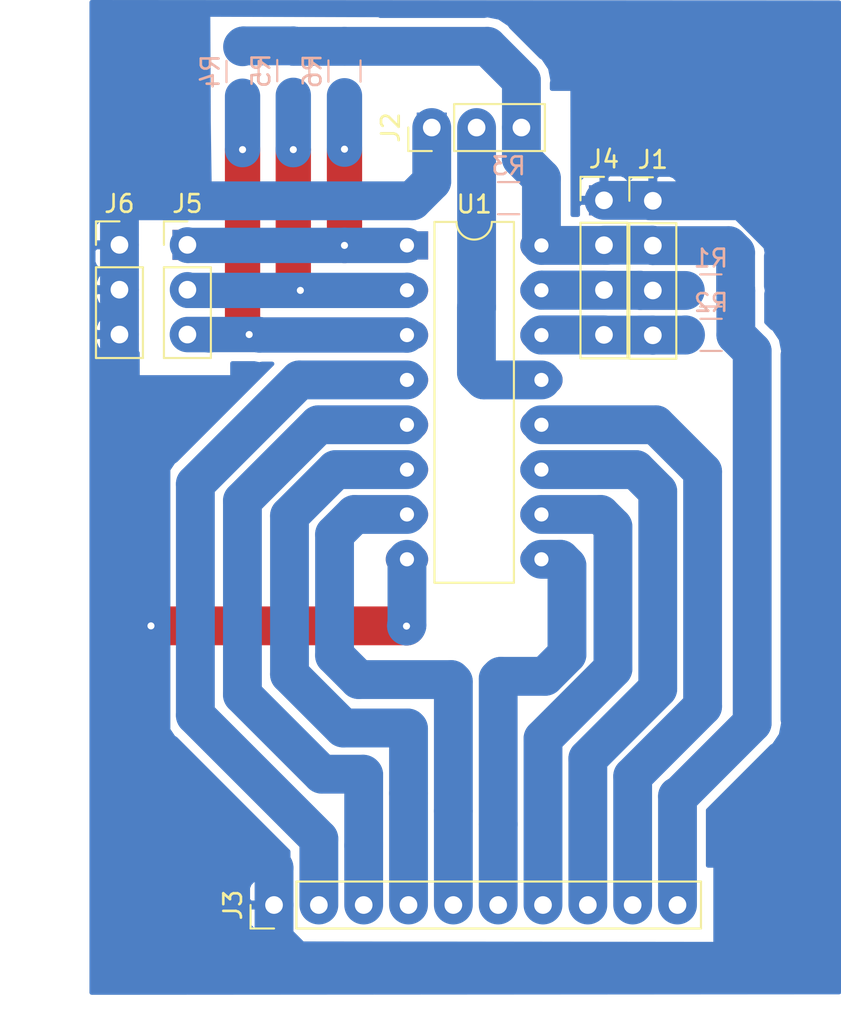
<source format=kicad_pcb>
(kicad_pcb (version 20171130) (host pcbnew 5.0.0)

  (general
    (thickness 1.6)
    (drawings 0)
    (tracks 152)
    (zones 0)
    (modules 13)
    (nets 17)
  )

  (page A4)
  (title_block
    (title "PCF8574AN MAIN BOARD")
    (company NON-COMMERCIAL)
    (comment 2 "Andrey Ivanov")
    (comment 3 "Andrey Ivanov")
    (comment 4 "Andrey Ivanov")
  )

  (layers
    (0 F.Cu signal)
    (31 B.Cu signal)
    (32 B.Adhes user)
    (33 F.Adhes user)
    (34 B.Paste user)
    (35 F.Paste user)
    (36 B.SilkS user)
    (37 F.SilkS user)
    (38 B.Mask user)
    (39 F.Mask user)
    (40 Dwgs.User user)
    (41 Cmts.User user)
    (42 Eco1.User user)
    (43 Eco2.User user)
    (44 Edge.Cuts user)
    (45 Margin user)
    (46 B.CrtYd user)
    (47 F.CrtYd user)
    (48 B.Fab user)
    (49 F.Fab user)
  )

  (setup
    (last_trace_width 2.2)
    (trace_clearance 0.2)
    (zone_clearance 0.508)
    (zone_45_only yes)
    (trace_min 0.2)
    (segment_width 0.2)
    (edge_width 0.15)
    (via_size 0.6)
    (via_drill 0.4)
    (via_min_size 0.4)
    (via_min_drill 0.3)
    (uvia_size 0.3)
    (uvia_drill 0.1)
    (uvias_allowed no)
    (uvia_min_size 0.2)
    (uvia_min_drill 0.1)
    (pcb_text_width 0.3)
    (pcb_text_size 1.5 1.5)
    (mod_edge_width 0.15)
    (mod_text_size 1 1)
    (mod_text_width 0.15)
    (pad_size 1.524 1.524)
    (pad_drill 0.762)
    (pad_to_mask_clearance 0.2)
    (aux_axis_origin 0 0)
    (visible_elements FFFFFF7F)
    (pcbplotparams
      (layerselection 0x01030_ffffffff)
      (usegerberextensions false)
      (usegerberattributes false)
      (usegerberadvancedattributes false)
      (creategerberjobfile false)
      (excludeedgelayer true)
      (linewidth 0.100000)
      (plotframeref true)
      (viasonmask false)
      (mode 1)
      (useauxorigin false)
      (hpglpennumber 1)
      (hpglpenspeed 20)
      (hpglpendiameter 15.000000)
      (psnegative false)
      (psa4output false)
      (plotreference true)
      (plotvalue true)
      (plotinvisibletext false)
      (padsonsilk false)
      (subtractmaskfromsilk false)
      (outputformat 1)
      (mirror false)
      (drillshape 0)
      (scaleselection 1)
      (outputdirectory "Gerbers/"))
  )

  (net 0 "")
  (net 1 GND)
  (net 2 +5V)
  (net 3 "Net-(J2-Pad2)")
  (net 4 "Net-(J3-Pad2)")
  (net 5 "Net-(J3-Pad3)")
  (net 6 "Net-(J3-Pad4)")
  (net 7 "Net-(J3-Pad5)")
  (net 8 "Net-(J3-Pad6)")
  (net 9 "Net-(J3-Pad7)")
  (net 10 "Net-(J3-Pad8)")
  (net 11 "Net-(J3-Pad9)")
  (net 12 "Net-(J1-Pad3)")
  (net 13 "Net-(J1-Pad4)")
  (net 14 "Net-(J5-Pad2)")
  (net 15 "Net-(J5-Pad3)")
  (net 16 "Net-(J5-Pad1)")

  (net_class Default "Это класс цепей по умолчанию."
    (clearance 0.2)
    (trace_width 2.2)
    (via_dia 0.6)
    (via_drill 0.4)
    (uvia_dia 0.3)
    (uvia_drill 0.1)
    (add_net +5V)
    (add_net GND)
    (add_net "Net-(J1-Pad3)")
    (add_net "Net-(J1-Pad4)")
    (add_net "Net-(J2-Pad2)")
    (add_net "Net-(J3-Pad2)")
    (add_net "Net-(J3-Pad3)")
    (add_net "Net-(J3-Pad4)")
    (add_net "Net-(J3-Pad5)")
    (add_net "Net-(J3-Pad6)")
    (add_net "Net-(J3-Pad7)")
    (add_net "Net-(J3-Pad8)")
    (add_net "Net-(J3-Pad9)")
    (add_net "Net-(J5-Pad1)")
    (add_net "Net-(J5-Pad2)")
    (add_net "Net-(J5-Pad3)")
  )

  (module Connector_PinHeader_2.54mm:PinHeader_1x03_P2.54mm_Vertical (layer F.Cu) (tedit 59FED5CC) (tstamp 5BBBAC92)
    (at 33.85 34.945)
    (descr "Through hole straight pin header, 1x03, 2.54mm pitch, single row")
    (tags "Through hole pin header THT 1x03 2.54mm single row")
    (path /5BB82300)
    (fp_text reference J6 (at 0 -2.33) (layer F.SilkS)
      (effects (font (size 1 1) (thickness 0.15)))
    )
    (fp_text value Conn_01x03_Male (at 0 7.41) (layer F.Fab)
      (effects (font (size 1 1) (thickness 0.15)))
    )
    (fp_text user %R (at 0 2.54 90) (layer F.Fab)
      (effects (font (size 1 1) (thickness 0.15)))
    )
    (fp_line (start 1.8 -1.8) (end -1.8 -1.8) (layer F.CrtYd) (width 0.05))
    (fp_line (start 1.8 6.85) (end 1.8 -1.8) (layer F.CrtYd) (width 0.05))
    (fp_line (start -1.8 6.85) (end 1.8 6.85) (layer F.CrtYd) (width 0.05))
    (fp_line (start -1.8 -1.8) (end -1.8 6.85) (layer F.CrtYd) (width 0.05))
    (fp_line (start -1.33 -1.33) (end 0 -1.33) (layer F.SilkS) (width 0.12))
    (fp_line (start -1.33 0) (end -1.33 -1.33) (layer F.SilkS) (width 0.12))
    (fp_line (start -1.33 1.27) (end 1.33 1.27) (layer F.SilkS) (width 0.12))
    (fp_line (start 1.33 1.27) (end 1.33 6.41) (layer F.SilkS) (width 0.12))
    (fp_line (start -1.33 1.27) (end -1.33 6.41) (layer F.SilkS) (width 0.12))
    (fp_line (start -1.33 6.41) (end 1.33 6.41) (layer F.SilkS) (width 0.12))
    (fp_line (start -1.27 -0.635) (end -0.635 -1.27) (layer F.Fab) (width 0.1))
    (fp_line (start -1.27 6.35) (end -1.27 -0.635) (layer F.Fab) (width 0.1))
    (fp_line (start 1.27 6.35) (end -1.27 6.35) (layer F.Fab) (width 0.1))
    (fp_line (start 1.27 -1.27) (end 1.27 6.35) (layer F.Fab) (width 0.1))
    (fp_line (start -0.635 -1.27) (end 1.27 -1.27) (layer F.Fab) (width 0.1))
    (pad 3 thru_hole oval (at 0 5.08) (size 1.7 1.7) (drill 1) (layers *.Cu *.Mask)
      (net 1 GND))
    (pad 2 thru_hole oval (at 0 2.54) (size 1.7 1.7) (drill 1) (layers *.Cu *.Mask)
      (net 1 GND))
    (pad 1 thru_hole rect (at 0 0) (size 1.7 1.7) (drill 1) (layers *.Cu *.Mask)
      (net 1 GND))
    (model ${KISYS3DMOD}/Connector_PinHeader_2.54mm.3dshapes/PinHeader_1x03_P2.54mm_Vertical.wrl
      (at (xyz 0 0 0))
      (scale (xyz 1 1 1))
      (rotate (xyz 0 0 0))
    )
  )

  (module Connector_PinHeader_2.54mm:PinHeader_1x04_P2.54mm_Vertical (layer F.Cu) (tedit 59FED5CC) (tstamp 5BBB87B6)
    (at 64.0715 32.4485)
    (descr "Through hole straight pin header, 1x04, 2.54mm pitch, single row")
    (tags "Through hole pin header THT 1x04 2.54mm single row")
    (path /5BB878FF)
    (fp_text reference J1 (at 0 -2.33) (layer F.SilkS)
      (effects (font (size 1 1) (thickness 0.15)))
    )
    (fp_text value Conn_01x04_Male (at 0 9.95) (layer F.Fab)
      (effects (font (size 1 1) (thickness 0.15)))
    )
    (fp_line (start -0.635 -1.27) (end 1.27 -1.27) (layer F.Fab) (width 0.1))
    (fp_line (start 1.27 -1.27) (end 1.27 8.89) (layer F.Fab) (width 0.1))
    (fp_line (start 1.27 8.89) (end -1.27 8.89) (layer F.Fab) (width 0.1))
    (fp_line (start -1.27 8.89) (end -1.27 -0.635) (layer F.Fab) (width 0.1))
    (fp_line (start -1.27 -0.635) (end -0.635 -1.27) (layer F.Fab) (width 0.1))
    (fp_line (start -1.33 8.95) (end 1.33 8.95) (layer F.SilkS) (width 0.12))
    (fp_line (start -1.33 1.27) (end -1.33 8.95) (layer F.SilkS) (width 0.12))
    (fp_line (start 1.33 1.27) (end 1.33 8.95) (layer F.SilkS) (width 0.12))
    (fp_line (start -1.33 1.27) (end 1.33 1.27) (layer F.SilkS) (width 0.12))
    (fp_line (start -1.33 0) (end -1.33 -1.33) (layer F.SilkS) (width 0.12))
    (fp_line (start -1.33 -1.33) (end 0 -1.33) (layer F.SilkS) (width 0.12))
    (fp_line (start -1.8 -1.8) (end -1.8 9.4) (layer F.CrtYd) (width 0.05))
    (fp_line (start -1.8 9.4) (end 1.8 9.4) (layer F.CrtYd) (width 0.05))
    (fp_line (start 1.8 9.4) (end 1.8 -1.8) (layer F.CrtYd) (width 0.05))
    (fp_line (start 1.8 -1.8) (end -1.8 -1.8) (layer F.CrtYd) (width 0.05))
    (fp_text user %R (at 0 3.81 90) (layer F.Fab)
      (effects (font (size 1 1) (thickness 0.15)))
    )
    (pad 1 thru_hole rect (at 0 0) (size 1.7 1.7) (drill 1) (layers *.Cu *.Mask)
      (net 1 GND))
    (pad 2 thru_hole oval (at 0 2.54) (size 1.7 1.7) (drill 1) (layers *.Cu *.Mask)
      (net 2 +5V))
    (pad 3 thru_hole oval (at 0 5.08) (size 1.7 1.7) (drill 1) (layers *.Cu *.Mask)
      (net 12 "Net-(J1-Pad3)"))
    (pad 4 thru_hole oval (at 0 7.62) (size 1.7 1.7) (drill 1) (layers *.Cu *.Mask)
      (net 13 "Net-(J1-Pad4)"))
    (model ${KISYS3DMOD}/Connector_PinHeader_2.54mm.3dshapes/PinHeader_1x04_P2.54mm_Vertical.wrl
      (at (xyz 0 0 0))
      (scale (xyz 1 1 1))
      (rotate (xyz 0 0 0))
    )
  )

  (module Connector_PinHeader_2.54mm:PinHeader_1x03_P2.54mm_Vertical (layer F.Cu) (tedit 59FED5CC) (tstamp 5BBB8B8F)
    (at 51.545 28.3 90)
    (descr "Through hole straight pin header, 1x03, 2.54mm pitch, single row")
    (tags "Through hole pin header THT 1x03 2.54mm single row")
    (path /5BB89E57)
    (fp_text reference J2 (at 0 -2.33 90) (layer F.SilkS)
      (effects (font (size 1 1) (thickness 0.15)))
    )
    (fp_text value Conn_01x03_Male (at 0 7.41 90) (layer F.Fab)
      (effects (font (size 1 1) (thickness 0.15)))
    )
    (fp_line (start -0.635 -1.27) (end 1.27 -1.27) (layer F.Fab) (width 0.1))
    (fp_line (start 1.27 -1.27) (end 1.27 6.35) (layer F.Fab) (width 0.1))
    (fp_line (start 1.27 6.35) (end -1.27 6.35) (layer F.Fab) (width 0.1))
    (fp_line (start -1.27 6.35) (end -1.27 -0.635) (layer F.Fab) (width 0.1))
    (fp_line (start -1.27 -0.635) (end -0.635 -1.27) (layer F.Fab) (width 0.1))
    (fp_line (start -1.33 6.41) (end 1.33 6.41) (layer F.SilkS) (width 0.12))
    (fp_line (start -1.33 1.27) (end -1.33 6.41) (layer F.SilkS) (width 0.12))
    (fp_line (start 1.33 1.27) (end 1.33 6.41) (layer F.SilkS) (width 0.12))
    (fp_line (start -1.33 1.27) (end 1.33 1.27) (layer F.SilkS) (width 0.12))
    (fp_line (start -1.33 0) (end -1.33 -1.33) (layer F.SilkS) (width 0.12))
    (fp_line (start -1.33 -1.33) (end 0 -1.33) (layer F.SilkS) (width 0.12))
    (fp_line (start -1.8 -1.8) (end -1.8 6.85) (layer F.CrtYd) (width 0.05))
    (fp_line (start -1.8 6.85) (end 1.8 6.85) (layer F.CrtYd) (width 0.05))
    (fp_line (start 1.8 6.85) (end 1.8 -1.8) (layer F.CrtYd) (width 0.05))
    (fp_line (start 1.8 -1.8) (end -1.8 -1.8) (layer F.CrtYd) (width 0.05))
    (fp_text user %R (at 0 2.54 180) (layer F.Fab)
      (effects (font (size 1 1) (thickness 0.15)))
    )
    (pad 1 thru_hole rect (at 0 0 90) (size 1.7 1.7) (drill 1) (layers *.Cu *.Mask)
      (net 1 GND))
    (pad 2 thru_hole oval (at 0 2.54 90) (size 1.7 1.7) (drill 1) (layers *.Cu *.Mask)
      (net 3 "Net-(J2-Pad2)"))
    (pad 3 thru_hole oval (at 0 5.08 90) (size 1.7 1.7) (drill 1) (layers *.Cu *.Mask)
      (net 2 +5V))
    (model ${KISYS3DMOD}/Connector_PinHeader_2.54mm.3dshapes/PinHeader_1x03_P2.54mm_Vertical.wrl
      (at (xyz 0 0 0))
      (scale (xyz 1 1 1))
      (rotate (xyz 0 0 0))
    )
  )

  (module Connector_PinHeader_2.54mm:PinHeader_1x10_P2.54mm_Vertical (layer F.Cu) (tedit 59FED5CC) (tstamp 5BBB87E3)
    (at 42.6085 72.3392 90)
    (descr "Through hole straight pin header, 1x10, 2.54mm pitch, single row")
    (tags "Through hole pin header THT 1x10 2.54mm single row")
    (path /5BB8A0AC)
    (fp_text reference J3 (at 0 -2.33 90) (layer F.SilkS)
      (effects (font (size 1 1) (thickness 0.15)))
    )
    (fp_text value Conn_01x10_Male (at 0 25.19 90) (layer F.Fab)
      (effects (font (size 1 1) (thickness 0.15)))
    )
    (fp_line (start -0.635 -1.27) (end 1.27 -1.27) (layer F.Fab) (width 0.1))
    (fp_line (start 1.27 -1.27) (end 1.27 24.13) (layer F.Fab) (width 0.1))
    (fp_line (start 1.27 24.13) (end -1.27 24.13) (layer F.Fab) (width 0.1))
    (fp_line (start -1.27 24.13) (end -1.27 -0.635) (layer F.Fab) (width 0.1))
    (fp_line (start -1.27 -0.635) (end -0.635 -1.27) (layer F.Fab) (width 0.1))
    (fp_line (start -1.33 24.19) (end 1.33 24.19) (layer F.SilkS) (width 0.12))
    (fp_line (start -1.33 1.27) (end -1.33 24.19) (layer F.SilkS) (width 0.12))
    (fp_line (start 1.33 1.27) (end 1.33 24.19) (layer F.SilkS) (width 0.12))
    (fp_line (start -1.33 1.27) (end 1.33 1.27) (layer F.SilkS) (width 0.12))
    (fp_line (start -1.33 0) (end -1.33 -1.33) (layer F.SilkS) (width 0.12))
    (fp_line (start -1.33 -1.33) (end 0 -1.33) (layer F.SilkS) (width 0.12))
    (fp_line (start -1.8 -1.8) (end -1.8 24.65) (layer F.CrtYd) (width 0.05))
    (fp_line (start -1.8 24.65) (end 1.8 24.65) (layer F.CrtYd) (width 0.05))
    (fp_line (start 1.8 24.65) (end 1.8 -1.8) (layer F.CrtYd) (width 0.05))
    (fp_line (start 1.8 -1.8) (end -1.8 -1.8) (layer F.CrtYd) (width 0.05))
    (fp_text user %R (at 0 11.43 180) (layer F.Fab)
      (effects (font (size 1 1) (thickness 0.15)))
    )
    (pad 1 thru_hole rect (at 0 0 90) (size 1.7 1.7) (drill 1) (layers *.Cu *.Mask)
      (net 1 GND))
    (pad 2 thru_hole oval (at 0 2.54 90) (size 1.7 1.7) (drill 1) (layers *.Cu *.Mask)
      (net 4 "Net-(J3-Pad2)"))
    (pad 3 thru_hole oval (at 0 5.08 90) (size 1.7 1.7) (drill 1) (layers *.Cu *.Mask)
      (net 5 "Net-(J3-Pad3)"))
    (pad 4 thru_hole oval (at 0 7.62 90) (size 1.7 1.7) (drill 1) (layers *.Cu *.Mask)
      (net 6 "Net-(J3-Pad4)"))
    (pad 5 thru_hole oval (at 0 10.16 90) (size 1.7 1.7) (drill 1) (layers *.Cu *.Mask)
      (net 7 "Net-(J3-Pad5)"))
    (pad 6 thru_hole oval (at 0 12.7 90) (size 1.7 1.7) (drill 1) (layers *.Cu *.Mask)
      (net 8 "Net-(J3-Pad6)"))
    (pad 7 thru_hole oval (at 0 15.24 90) (size 1.7 1.7) (drill 1) (layers *.Cu *.Mask)
      (net 9 "Net-(J3-Pad7)"))
    (pad 8 thru_hole oval (at 0 17.78 90) (size 1.7 1.7) (drill 1) (layers *.Cu *.Mask)
      (net 10 "Net-(J3-Pad8)"))
    (pad 9 thru_hole oval (at 0 20.32 90) (size 1.7 1.7) (drill 1) (layers *.Cu *.Mask)
      (net 11 "Net-(J3-Pad9)"))
    (pad 10 thru_hole oval (at 0 22.86 90) (size 1.7 1.7) (drill 1) (layers *.Cu *.Mask)
      (net 2 +5V))
    (model ${KISYS3DMOD}/Connector_PinHeader_2.54mm.3dshapes/PinHeader_1x10_P2.54mm_Vertical.wrl
      (at (xyz 0 0 0))
      (scale (xyz 1 1 1))
      (rotate (xyz 0 0 0))
    )
  )

  (module Connector_PinHeader_2.54mm:PinHeader_1x04_P2.54mm_Vertical (layer F.Cu) (tedit 59FED5CC) (tstamp 5BBB8800)
    (at 61.3029 32.4231)
    (descr "Through hole straight pin header, 1x04, 2.54mm pitch, single row")
    (tags "Through hole pin header THT 1x04 2.54mm single row")
    (path /5BB87DF3)
    (fp_text reference J4 (at 0 -2.33) (layer F.SilkS)
      (effects (font (size 1 1) (thickness 0.15)))
    )
    (fp_text value Conn_01x04_Male (at 0 9.95) (layer F.Fab)
      (effects (font (size 1 1) (thickness 0.15)))
    )
    (fp_text user %R (at 0 3.81 90) (layer F.Fab)
      (effects (font (size 1 1) (thickness 0.15)))
    )
    (fp_line (start 1.8 -1.8) (end -1.8 -1.8) (layer F.CrtYd) (width 0.05))
    (fp_line (start 1.8 9.4) (end 1.8 -1.8) (layer F.CrtYd) (width 0.05))
    (fp_line (start -1.8 9.4) (end 1.8 9.4) (layer F.CrtYd) (width 0.05))
    (fp_line (start -1.8 -1.8) (end -1.8 9.4) (layer F.CrtYd) (width 0.05))
    (fp_line (start -1.33 -1.33) (end 0 -1.33) (layer F.SilkS) (width 0.12))
    (fp_line (start -1.33 0) (end -1.33 -1.33) (layer F.SilkS) (width 0.12))
    (fp_line (start -1.33 1.27) (end 1.33 1.27) (layer F.SilkS) (width 0.12))
    (fp_line (start 1.33 1.27) (end 1.33 8.95) (layer F.SilkS) (width 0.12))
    (fp_line (start -1.33 1.27) (end -1.33 8.95) (layer F.SilkS) (width 0.12))
    (fp_line (start -1.33 8.95) (end 1.33 8.95) (layer F.SilkS) (width 0.12))
    (fp_line (start -1.27 -0.635) (end -0.635 -1.27) (layer F.Fab) (width 0.1))
    (fp_line (start -1.27 8.89) (end -1.27 -0.635) (layer F.Fab) (width 0.1))
    (fp_line (start 1.27 8.89) (end -1.27 8.89) (layer F.Fab) (width 0.1))
    (fp_line (start 1.27 -1.27) (end 1.27 8.89) (layer F.Fab) (width 0.1))
    (fp_line (start -0.635 -1.27) (end 1.27 -1.27) (layer F.Fab) (width 0.1))
    (pad 4 thru_hole oval (at 0 7.62) (size 1.7 1.7) (drill 1) (layers *.Cu *.Mask)
      (net 13 "Net-(J1-Pad4)"))
    (pad 3 thru_hole oval (at 0 5.08) (size 1.7 1.7) (drill 1) (layers *.Cu *.Mask)
      (net 12 "Net-(J1-Pad3)"))
    (pad 2 thru_hole oval (at 0 2.54) (size 1.7 1.7) (drill 1) (layers *.Cu *.Mask)
      (net 2 +5V))
    (pad 1 thru_hole rect (at 0 0) (size 1.7 1.7) (drill 1) (layers *.Cu *.Mask)
      (net 1 GND))
    (model ${KISYS3DMOD}/Connector_PinHeader_2.54mm.3dshapes/PinHeader_1x04_P2.54mm_Vertical.wrl
      (at (xyz 0 0 0))
      (scale (xyz 1 1 1))
      (rotate (xyz 0 0 0))
    )
  )

  (module Resistor_SMD:R_1206_3216Metric (layer B.Cu) (tedit 5B301BBD) (tstamp 5BBB8817)
    (at 67.3608 37.5285 180)
    (descr "Resistor SMD 1206 (3216 Metric), square (rectangular) end terminal, IPC_7351 nominal, (Body size source: http://www.tortai-tech.com/upload/download/2011102023233369053.pdf), generated with kicad-footprint-generator")
    (tags resistor)
    (path /5BB03A05)
    (attr smd)
    (fp_text reference R1 (at 0 1.82 180) (layer B.SilkS)
      (effects (font (size 1 1) (thickness 0.15)) (justify mirror))
    )
    (fp_text value R (at 0 -1.82 180) (layer B.Fab)
      (effects (font (size 1 1) (thickness 0.15)) (justify mirror))
    )
    (fp_text user %R (at 0 0 180) (layer B.Fab)
      (effects (font (size 0.8 0.8) (thickness 0.12)) (justify mirror))
    )
    (fp_line (start 2.28 -1.12) (end -2.28 -1.12) (layer B.CrtYd) (width 0.05))
    (fp_line (start 2.28 1.12) (end 2.28 -1.12) (layer B.CrtYd) (width 0.05))
    (fp_line (start -2.28 1.12) (end 2.28 1.12) (layer B.CrtYd) (width 0.05))
    (fp_line (start -2.28 -1.12) (end -2.28 1.12) (layer B.CrtYd) (width 0.05))
    (fp_line (start -0.602064 -0.91) (end 0.602064 -0.91) (layer B.SilkS) (width 0.12))
    (fp_line (start -0.602064 0.91) (end 0.602064 0.91) (layer B.SilkS) (width 0.12))
    (fp_line (start 1.6 -0.8) (end -1.6 -0.8) (layer B.Fab) (width 0.1))
    (fp_line (start 1.6 0.8) (end 1.6 -0.8) (layer B.Fab) (width 0.1))
    (fp_line (start -1.6 0.8) (end 1.6 0.8) (layer B.Fab) (width 0.1))
    (fp_line (start -1.6 -0.8) (end -1.6 0.8) (layer B.Fab) (width 0.1))
    (pad 2 smd roundrect (at 1.4 0 180) (size 1.25 1.75) (layers B.Cu B.Paste B.Mask) (roundrect_rratio 0.2)
      (net 12 "Net-(J1-Pad3)"))
    (pad 1 smd roundrect (at -1.4 0 180) (size 1.25 1.75) (layers B.Cu B.Paste B.Mask) (roundrect_rratio 0.2)
      (net 2 +5V))
    (model ${KISYS3DMOD}/Resistor_SMD.3dshapes/R_1206_3216Metric.wrl
      (at (xyz 0 0 0))
      (scale (xyz 1 1 1))
      (rotate (xyz 0 0 0))
    )
  )

  (module Resistor_SMD:R_1206_3216Metric (layer B.Cu) (tedit 5B301BBD) (tstamp 5BBB8827)
    (at 67.3735 40.0431 180)
    (descr "Resistor SMD 1206 (3216 Metric), square (rectangular) end terminal, IPC_7351 nominal, (Body size source: http://www.tortai-tech.com/upload/download/2011102023233369053.pdf), generated with kicad-footprint-generator")
    (tags resistor)
    (path /5BB03A58)
    (attr smd)
    (fp_text reference R2 (at 0 1.82 180) (layer B.SilkS)
      (effects (font (size 1 1) (thickness 0.15)) (justify mirror))
    )
    (fp_text value R (at 0 -1.82 180) (layer B.Fab)
      (effects (font (size 1 1) (thickness 0.15)) (justify mirror))
    )
    (fp_line (start -1.6 -0.8) (end -1.6 0.8) (layer B.Fab) (width 0.1))
    (fp_line (start -1.6 0.8) (end 1.6 0.8) (layer B.Fab) (width 0.1))
    (fp_line (start 1.6 0.8) (end 1.6 -0.8) (layer B.Fab) (width 0.1))
    (fp_line (start 1.6 -0.8) (end -1.6 -0.8) (layer B.Fab) (width 0.1))
    (fp_line (start -0.602064 0.91) (end 0.602064 0.91) (layer B.SilkS) (width 0.12))
    (fp_line (start -0.602064 -0.91) (end 0.602064 -0.91) (layer B.SilkS) (width 0.12))
    (fp_line (start -2.28 -1.12) (end -2.28 1.12) (layer B.CrtYd) (width 0.05))
    (fp_line (start -2.28 1.12) (end 2.28 1.12) (layer B.CrtYd) (width 0.05))
    (fp_line (start 2.28 1.12) (end 2.28 -1.12) (layer B.CrtYd) (width 0.05))
    (fp_line (start 2.28 -1.12) (end -2.28 -1.12) (layer B.CrtYd) (width 0.05))
    (fp_text user %R (at 0 0 180) (layer B.Fab)
      (effects (font (size 0.8 0.8) (thickness 0.12)) (justify mirror))
    )
    (pad 1 smd roundrect (at -1.4 0 180) (size 1.25 1.75) (layers B.Cu B.Paste B.Mask) (roundrect_rratio 0.2)
      (net 2 +5V))
    (pad 2 smd roundrect (at 1.4 0 180) (size 1.25 1.75) (layers B.Cu B.Paste B.Mask) (roundrect_rratio 0.2)
      (net 13 "Net-(J1-Pad4)"))
    (model ${KISYS3DMOD}/Resistor_SMD.3dshapes/R_1206_3216Metric.wrl
      (at (xyz 0 0 0))
      (scale (xyz 1 1 1))
      (rotate (xyz 0 0 0))
    )
  )

  (module Resistor_SMD:R_1206_3216Metric (layer B.Cu) (tedit 5B301BBD) (tstamp 5BBB8837)
    (at 55.9 32.3 180)
    (descr "Resistor SMD 1206 (3216 Metric), square (rectangular) end terminal, IPC_7351 nominal, (Body size source: http://www.tortai-tech.com/upload/download/2011102023233369053.pdf), generated with kicad-footprint-generator")
    (tags resistor)
    (path /5BB03AB4)
    (attr smd)
    (fp_text reference R3 (at 0 1.82 180) (layer B.SilkS)
      (effects (font (size 1 1) (thickness 0.15)) (justify mirror))
    )
    (fp_text value R (at 0 -1.82 180) (layer B.Fab)
      (effects (font (size 1 1) (thickness 0.15)) (justify mirror))
    )
    (fp_line (start -1.6 -0.8) (end -1.6 0.8) (layer B.Fab) (width 0.1))
    (fp_line (start -1.6 0.8) (end 1.6 0.8) (layer B.Fab) (width 0.1))
    (fp_line (start 1.6 0.8) (end 1.6 -0.8) (layer B.Fab) (width 0.1))
    (fp_line (start 1.6 -0.8) (end -1.6 -0.8) (layer B.Fab) (width 0.1))
    (fp_line (start -0.602064 0.91) (end 0.602064 0.91) (layer B.SilkS) (width 0.12))
    (fp_line (start -0.602064 -0.91) (end 0.602064 -0.91) (layer B.SilkS) (width 0.12))
    (fp_line (start -2.28 -1.12) (end -2.28 1.12) (layer B.CrtYd) (width 0.05))
    (fp_line (start -2.28 1.12) (end 2.28 1.12) (layer B.CrtYd) (width 0.05))
    (fp_line (start 2.28 1.12) (end 2.28 -1.12) (layer B.CrtYd) (width 0.05))
    (fp_line (start 2.28 -1.12) (end -2.28 -1.12) (layer B.CrtYd) (width 0.05))
    (fp_text user %R (at 0 0 180) (layer B.Fab)
      (effects (font (size 0.8 0.8) (thickness 0.12)) (justify mirror))
    )
    (pad 1 smd roundrect (at -1.4 0 180) (size 1.25 1.75) (layers B.Cu B.Paste B.Mask) (roundrect_rratio 0.2)
      (net 2 +5V))
    (pad 2 smd roundrect (at 1.4 0 180) (size 1.25 1.75) (layers B.Cu B.Paste B.Mask) (roundrect_rratio 0.2)
      (net 3 "Net-(J2-Pad2)"))
    (model ${KISYS3DMOD}/Resistor_SMD.3dshapes/R_1206_3216Metric.wrl
      (at (xyz 0 0 0))
      (scale (xyz 1 1 1))
      (rotate (xyz 0 0 0))
    )
  )

  (module Package_DIP:DIP-16_W7.62mm_LongPads (layer F.Cu) (tedit 5A02E8C5) (tstamp 5BBB8847)
    (at 50.1396 34.9758)
    (descr "16-lead though-hole mounted DIP package, row spacing 7.62 mm (300 mils), LongPads")
    (tags "THT DIP DIL PDIP 2.54mm 7.62mm 300mil LongPads")
    (path /5B576538)
    (fp_text reference U1 (at 3.81 -2.33) (layer F.SilkS)
      (effects (font (size 1 1) (thickness 0.15)))
    )
    (fp_text value PCF8574 (at 3.81 20.11) (layer F.Fab)
      (effects (font (size 1 1) (thickness 0.15)))
    )
    (fp_arc (start 3.81 -1.33) (end 2.81 -1.33) (angle -180) (layer F.SilkS) (width 0.12))
    (fp_line (start 1.635 -1.27) (end 6.985 -1.27) (layer F.Fab) (width 0.1))
    (fp_line (start 6.985 -1.27) (end 6.985 19.05) (layer F.Fab) (width 0.1))
    (fp_line (start 6.985 19.05) (end 0.635 19.05) (layer F.Fab) (width 0.1))
    (fp_line (start 0.635 19.05) (end 0.635 -0.27) (layer F.Fab) (width 0.1))
    (fp_line (start 0.635 -0.27) (end 1.635 -1.27) (layer F.Fab) (width 0.1))
    (fp_line (start 2.81 -1.33) (end 1.56 -1.33) (layer F.SilkS) (width 0.12))
    (fp_line (start 1.56 -1.33) (end 1.56 19.11) (layer F.SilkS) (width 0.12))
    (fp_line (start 1.56 19.11) (end 6.06 19.11) (layer F.SilkS) (width 0.12))
    (fp_line (start 6.06 19.11) (end 6.06 -1.33) (layer F.SilkS) (width 0.12))
    (fp_line (start 6.06 -1.33) (end 4.81 -1.33) (layer F.SilkS) (width 0.12))
    (fp_line (start -1.45 -1.55) (end -1.45 19.3) (layer F.CrtYd) (width 0.05))
    (fp_line (start -1.45 19.3) (end 9.1 19.3) (layer F.CrtYd) (width 0.05))
    (fp_line (start 9.1 19.3) (end 9.1 -1.55) (layer F.CrtYd) (width 0.05))
    (fp_line (start 9.1 -1.55) (end -1.45 -1.55) (layer F.CrtYd) (width 0.05))
    (fp_text user %R (at 3.81 8.89) (layer F.Fab)
      (effects (font (size 1 1) (thickness 0.15)))
    )
    (pad 1 thru_hole rect (at 0 0) (size 2.4 1.6) (drill 0.8) (layers *.Cu *.Mask)
      (net 16 "Net-(J5-Pad1)"))
    (pad 9 thru_hole oval (at 7.62 17.78) (size 2.4 1.6) (drill 0.8) (layers *.Cu *.Mask)
      (net 8 "Net-(J3-Pad6)"))
    (pad 2 thru_hole oval (at 0 2.54) (size 2.4 1.6) (drill 0.8) (layers *.Cu *.Mask)
      (net 14 "Net-(J5-Pad2)"))
    (pad 10 thru_hole oval (at 7.62 15.24) (size 2.4 1.6) (drill 0.8) (layers *.Cu *.Mask)
      (net 9 "Net-(J3-Pad7)"))
    (pad 3 thru_hole oval (at 0 5.08) (size 2.4 1.6) (drill 0.8) (layers *.Cu *.Mask)
      (net 15 "Net-(J5-Pad3)"))
    (pad 11 thru_hole oval (at 7.62 12.7) (size 2.4 1.6) (drill 0.8) (layers *.Cu *.Mask)
      (net 10 "Net-(J3-Pad8)"))
    (pad 4 thru_hole oval (at 0 7.62) (size 2.4 1.6) (drill 0.8) (layers *.Cu *.Mask)
      (net 4 "Net-(J3-Pad2)"))
    (pad 12 thru_hole oval (at 7.62 10.16) (size 2.4 1.6) (drill 0.8) (layers *.Cu *.Mask)
      (net 11 "Net-(J3-Pad9)"))
    (pad 5 thru_hole oval (at 0 10.16) (size 2.4 1.6) (drill 0.8) (layers *.Cu *.Mask)
      (net 5 "Net-(J3-Pad3)"))
    (pad 13 thru_hole oval (at 7.62 7.62) (size 2.4 1.6) (drill 0.8) (layers *.Cu *.Mask)
      (net 3 "Net-(J2-Pad2)"))
    (pad 6 thru_hole oval (at 0 12.7) (size 2.4 1.6) (drill 0.8) (layers *.Cu *.Mask)
      (net 6 "Net-(J3-Pad4)"))
    (pad 14 thru_hole oval (at 7.62 5.08) (size 2.4 1.6) (drill 0.8) (layers *.Cu *.Mask)
      (net 13 "Net-(J1-Pad4)"))
    (pad 7 thru_hole oval (at 0 15.24) (size 2.4 1.6) (drill 0.8) (layers *.Cu *.Mask)
      (net 7 "Net-(J3-Pad5)"))
    (pad 15 thru_hole oval (at 7.62 2.54) (size 2.4 1.6) (drill 0.8) (layers *.Cu *.Mask)
      (net 12 "Net-(J1-Pad3)"))
    (pad 8 thru_hole oval (at 0 17.78) (size 2.4 1.6) (drill 0.8) (layers *.Cu *.Mask)
      (net 1 GND))
    (pad 16 thru_hole oval (at 7.62 0) (size 2.4 1.6) (drill 0.8) (layers *.Cu *.Mask)
      (net 2 +5V))
    (model ${KISYS3DMOD}/Package_DIP.3dshapes/DIP-16_W7.62mm.wrl
      (at (xyz 0 0 0))
      (scale (xyz 1 1 1))
      (rotate (xyz 0 0 0))
    )
  )

  (module Connector_PinHeader_2.54mm:PinHeader_1x03_P2.54mm_Vertical (layer F.Cu) (tedit 59FED5CC) (tstamp 5BBBAC66)
    (at 37.7 34.945)
    (descr "Through hole straight pin header, 1x03, 2.54mm pitch, single row")
    (tags "Through hole pin header THT 1x03 2.54mm single row")
    (path /5BB82157)
    (fp_text reference J5 (at 0 -2.33) (layer F.SilkS)
      (effects (font (size 1 1) (thickness 0.15)))
    )
    (fp_text value Conn_01x03_Male (at 0 7.41) (layer F.Fab)
      (effects (font (size 1 1) (thickness 0.15)))
    )
    (fp_line (start -0.635 -1.27) (end 1.27 -1.27) (layer F.Fab) (width 0.1))
    (fp_line (start 1.27 -1.27) (end 1.27 6.35) (layer F.Fab) (width 0.1))
    (fp_line (start 1.27 6.35) (end -1.27 6.35) (layer F.Fab) (width 0.1))
    (fp_line (start -1.27 6.35) (end -1.27 -0.635) (layer F.Fab) (width 0.1))
    (fp_line (start -1.27 -0.635) (end -0.635 -1.27) (layer F.Fab) (width 0.1))
    (fp_line (start -1.33 6.41) (end 1.33 6.41) (layer F.SilkS) (width 0.12))
    (fp_line (start -1.33 1.27) (end -1.33 6.41) (layer F.SilkS) (width 0.12))
    (fp_line (start 1.33 1.27) (end 1.33 6.41) (layer F.SilkS) (width 0.12))
    (fp_line (start -1.33 1.27) (end 1.33 1.27) (layer F.SilkS) (width 0.12))
    (fp_line (start -1.33 0) (end -1.33 -1.33) (layer F.SilkS) (width 0.12))
    (fp_line (start -1.33 -1.33) (end 0 -1.33) (layer F.SilkS) (width 0.12))
    (fp_line (start -1.8 -1.8) (end -1.8 6.85) (layer F.CrtYd) (width 0.05))
    (fp_line (start -1.8 6.85) (end 1.8 6.85) (layer F.CrtYd) (width 0.05))
    (fp_line (start 1.8 6.85) (end 1.8 -1.8) (layer F.CrtYd) (width 0.05))
    (fp_line (start 1.8 -1.8) (end -1.8 -1.8) (layer F.CrtYd) (width 0.05))
    (fp_text user %R (at 0 2.54 90) (layer F.Fab)
      (effects (font (size 1 1) (thickness 0.15)))
    )
    (pad 1 thru_hole rect (at 0 0) (size 1.7 1.7) (drill 1) (layers *.Cu *.Mask)
      (net 16 "Net-(J5-Pad1)"))
    (pad 2 thru_hole oval (at 0 2.54) (size 1.7 1.7) (drill 1) (layers *.Cu *.Mask)
      (net 14 "Net-(J5-Pad2)"))
    (pad 3 thru_hole oval (at 0 5.08) (size 1.7 1.7) (drill 1) (layers *.Cu *.Mask)
      (net 15 "Net-(J5-Pad3)"))
    (model ${KISYS3DMOD}/Connector_PinHeader_2.54mm.3dshapes/PinHeader_1x03_P2.54mm_Vertical.wrl
      (at (xyz 0 0 0))
      (scale (xyz 1 1 1))
      (rotate (xyz 0 0 0))
    )
  )

  (module Resistor_SMD:R_1206_3216Metric (layer B.Cu) (tedit 5B301BBD) (tstamp 5BBBAF82)
    (at 40.825 25.125 270)
    (descr "Resistor SMD 1206 (3216 Metric), square (rectangular) end terminal, IPC_7351 nominal, (Body size source: http://www.tortai-tech.com/upload/download/2011102023233369053.pdf), generated with kicad-footprint-generator")
    (tags resistor)
    (path /5BB3DAA7)
    (attr smd)
    (fp_text reference R4 (at 0 1.82 270) (layer B.SilkS)
      (effects (font (size 1 1) (thickness 0.15)) (justify mirror))
    )
    (fp_text value R (at 0 -1.82 270) (layer B.Fab)
      (effects (font (size 1 1) (thickness 0.15)) (justify mirror))
    )
    (fp_line (start -1.6 -0.8) (end -1.6 0.8) (layer B.Fab) (width 0.1))
    (fp_line (start -1.6 0.8) (end 1.6 0.8) (layer B.Fab) (width 0.1))
    (fp_line (start 1.6 0.8) (end 1.6 -0.8) (layer B.Fab) (width 0.1))
    (fp_line (start 1.6 -0.8) (end -1.6 -0.8) (layer B.Fab) (width 0.1))
    (fp_line (start -0.602064 0.91) (end 0.602064 0.91) (layer B.SilkS) (width 0.12))
    (fp_line (start -0.602064 -0.91) (end 0.602064 -0.91) (layer B.SilkS) (width 0.12))
    (fp_line (start -2.28 -1.12) (end -2.28 1.12) (layer B.CrtYd) (width 0.05))
    (fp_line (start -2.28 1.12) (end 2.28 1.12) (layer B.CrtYd) (width 0.05))
    (fp_line (start 2.28 1.12) (end 2.28 -1.12) (layer B.CrtYd) (width 0.05))
    (fp_line (start 2.28 -1.12) (end -2.28 -1.12) (layer B.CrtYd) (width 0.05))
    (fp_text user %R (at 0 0 270) (layer B.Fab)
      (effects (font (size 0.8 0.8) (thickness 0.12)) (justify mirror))
    )
    (pad 1 smd roundrect (at -1.4 0 270) (size 1.25 1.75) (layers B.Cu B.Paste B.Mask) (roundrect_rratio 0.2)
      (net 2 +5V))
    (pad 2 smd roundrect (at 1.4 0 270) (size 1.25 1.75) (layers B.Cu B.Paste B.Mask) (roundrect_rratio 0.2)
      (net 15 "Net-(J5-Pad3)"))
    (model ${KISYS3DMOD}/Resistor_SMD.3dshapes/R_1206_3216Metric.wrl
      (at (xyz 0 0 0))
      (scale (xyz 1 1 1))
      (rotate (xyz 0 0 0))
    )
  )

  (module Resistor_SMD:R_1206_3216Metric (layer B.Cu) (tedit 5B301BBD) (tstamp 5BBBAF92)
    (at 43.7 25.075 270)
    (descr "Resistor SMD 1206 (3216 Metric), square (rectangular) end terminal, IPC_7351 nominal, (Body size source: http://www.tortai-tech.com/upload/download/2011102023233369053.pdf), generated with kicad-footprint-generator")
    (tags resistor)
    (path /5BB3DB47)
    (attr smd)
    (fp_text reference R5 (at 0 1.82 270) (layer B.SilkS)
      (effects (font (size 1 1) (thickness 0.15)) (justify mirror))
    )
    (fp_text value R (at 0 -1.82 270) (layer B.Fab)
      (effects (font (size 1 1) (thickness 0.15)) (justify mirror))
    )
    (fp_text user %R (at 0 0 270) (layer B.Fab)
      (effects (font (size 0.8 0.8) (thickness 0.12)) (justify mirror))
    )
    (fp_line (start 2.28 -1.12) (end -2.28 -1.12) (layer B.CrtYd) (width 0.05))
    (fp_line (start 2.28 1.12) (end 2.28 -1.12) (layer B.CrtYd) (width 0.05))
    (fp_line (start -2.28 1.12) (end 2.28 1.12) (layer B.CrtYd) (width 0.05))
    (fp_line (start -2.28 -1.12) (end -2.28 1.12) (layer B.CrtYd) (width 0.05))
    (fp_line (start -0.602064 -0.91) (end 0.602064 -0.91) (layer B.SilkS) (width 0.12))
    (fp_line (start -0.602064 0.91) (end 0.602064 0.91) (layer B.SilkS) (width 0.12))
    (fp_line (start 1.6 -0.8) (end -1.6 -0.8) (layer B.Fab) (width 0.1))
    (fp_line (start 1.6 0.8) (end 1.6 -0.8) (layer B.Fab) (width 0.1))
    (fp_line (start -1.6 0.8) (end 1.6 0.8) (layer B.Fab) (width 0.1))
    (fp_line (start -1.6 -0.8) (end -1.6 0.8) (layer B.Fab) (width 0.1))
    (pad 2 smd roundrect (at 1.4 0 270) (size 1.25 1.75) (layers B.Cu B.Paste B.Mask) (roundrect_rratio 0.2)
      (net 14 "Net-(J5-Pad2)"))
    (pad 1 smd roundrect (at -1.4 0 270) (size 1.25 1.75) (layers B.Cu B.Paste B.Mask) (roundrect_rratio 0.2)
      (net 2 +5V))
    (model ${KISYS3DMOD}/Resistor_SMD.3dshapes/R_1206_3216Metric.wrl
      (at (xyz 0 0 0))
      (scale (xyz 1 1 1))
      (rotate (xyz 0 0 0))
    )
  )

  (module Resistor_SMD:R_1206_3216Metric (layer B.Cu) (tedit 5B301BBD) (tstamp 5BBBAFA2)
    (at 46.6 25.1 270)
    (descr "Resistor SMD 1206 (3216 Metric), square (rectangular) end terminal, IPC_7351 nominal, (Body size source: http://www.tortai-tech.com/upload/download/2011102023233369053.pdf), generated with kicad-footprint-generator")
    (tags resistor)
    (path /5BB3DBC5)
    (attr smd)
    (fp_text reference R6 (at 0 1.82 270) (layer B.SilkS)
      (effects (font (size 1 1) (thickness 0.15)) (justify mirror))
    )
    (fp_text value R (at 0 -1.82 270) (layer B.Fab)
      (effects (font (size 1 1) (thickness 0.15)) (justify mirror))
    )
    (fp_line (start -1.6 -0.8) (end -1.6 0.8) (layer B.Fab) (width 0.1))
    (fp_line (start -1.6 0.8) (end 1.6 0.8) (layer B.Fab) (width 0.1))
    (fp_line (start 1.6 0.8) (end 1.6 -0.8) (layer B.Fab) (width 0.1))
    (fp_line (start 1.6 -0.8) (end -1.6 -0.8) (layer B.Fab) (width 0.1))
    (fp_line (start -0.602064 0.91) (end 0.602064 0.91) (layer B.SilkS) (width 0.12))
    (fp_line (start -0.602064 -0.91) (end 0.602064 -0.91) (layer B.SilkS) (width 0.12))
    (fp_line (start -2.28 -1.12) (end -2.28 1.12) (layer B.CrtYd) (width 0.05))
    (fp_line (start -2.28 1.12) (end 2.28 1.12) (layer B.CrtYd) (width 0.05))
    (fp_line (start 2.28 1.12) (end 2.28 -1.12) (layer B.CrtYd) (width 0.05))
    (fp_line (start 2.28 -1.12) (end -2.28 -1.12) (layer B.CrtYd) (width 0.05))
    (fp_text user %R (at 0 0 270) (layer B.Fab)
      (effects (font (size 0.8 0.8) (thickness 0.12)) (justify mirror))
    )
    (pad 1 smd roundrect (at -1.4 0 270) (size 1.25 1.75) (layers B.Cu B.Paste B.Mask) (roundrect_rratio 0.2)
      (net 2 +5V))
    (pad 2 smd roundrect (at 1.4 0 270) (size 1.25 1.75) (layers B.Cu B.Paste B.Mask) (roundrect_rratio 0.2)
      (net 16 "Net-(J5-Pad1)"))
    (model ${KISYS3DMOD}/Resistor_SMD.3dshapes/R_1206_3216Metric.wrl
      (at (xyz 0 0 0))
      (scale (xyz 1 1 1))
      (rotate (xyz 0 0 0))
    )
  )

  (segment (start 64.0715 32.4485) (end 63.9064 32.4485) (width 2.2) (layer B.Cu) (net 1) (status 30))
  (segment (start 61.3029 32.4231) (end 64.0461 32.4231) (width 2.2) (layer B.Cu) (net 1) (status 30))
  (segment (start 64.0461 32.4231) (end 64.0715 32.4485) (width 2.2) (layer B.Cu) (net 1) (tstamp 5B57797E) (status 30))
  (segment (start 35.6362 62.7888) (end 35.6362 56.5277) (width 2.2) (layer B.Cu) (net 1))
  (segment (start 50.1015 56.5277) (end 35.6362 56.5277) (width 2.2) (layer F.Cu) (net 1) (tstamp 5B577035))
  (segment (start 50.1396 52.7558) (end 50.1396 56.4896) (width 2.2) (layer B.Cu) (net 1) (status 10))
  (segment (start 50.1142 56.5404) (end 50.1015 56.5277) (width 2.2) (layer F.Cu) (net 1) (tstamp 5B577034))
  (segment (start 50.1142 56.515) (end 50.1142 56.5404) (width 2.2) (layer B.Cu) (net 1) (tstamp 5B577032))
  (via (at 35.6362 56.5277) (size 0.6) (drill 0.4) (layers F.Cu B.Cu) (net 1))
  (segment (start 50.1396 56.4896) (end 50.1142 56.515) (width 2.2) (layer B.Cu) (net 1) (tstamp 5B577031))
  (via (at 50.1142 56.5404) (size 0.6) (drill 0.4) (layers F.Cu B.Cu) (net 1))
  (segment (start 42.6085 72.3392) (end 42.6085 70.2335) (width 2.2) (layer B.Cu) (net 1))
  (segment (start 35.6362 63.2612) (end 35.6362 62.7888) (width 2.2) (layer B.Cu) (net 1))
  (segment (start 42.6085 70.2335) (end 35.6362 63.2612) (width 2.2) (layer B.Cu) (net 1))
  (segment (start 51.545 31.35) (end 51.545 28.3) (width 2.2) (layer B.Cu) (net 1))
  (segment (start 50.445 32.45) (end 51.545 31.35) (width 2.2) (layer B.Cu) (net 1))
  (segment (start 34.275 32.45) (end 50.445 32.45) (width 2.2) (layer B.Cu) (net 1))
  (segment (start 33.85 44.8) (end 33.85 40.025) (width 2.2) (layer B.Cu) (net 1))
  (segment (start 35.6362 56.5277) (end 35.6362 46.5862) (width 2.2) (layer B.Cu) (net 1))
  (segment (start 35.6362 46.5862) (end 33.85 44.8) (width 2.2) (layer B.Cu) (net 1))
  (segment (start 33.85 40.025) (end 33.85 37.485) (width 2.2) (layer B.Cu) (net 1))
  (segment (start 33.85 37.485) (end 33.85 34.945) (width 2.2) (layer B.Cu) (net 1))
  (segment (start 33.85 32.875) (end 34.275 32.45) (width 2.2) (layer B.Cu) (net 1))
  (segment (start 33.85 34.945) (end 33.85 32.875) (width 2.2) (layer B.Cu) (net 1))
  (segment (start 42.6085 72.3392) (end 42.6085 74.2835) (width 2.2) (layer B.Cu) (net 1))
  (segment (start 71.802382 75.67501) (end 72.68891 74.788482) (width 2.2) (layer B.Cu) (net 1))
  (segment (start 42.6085 74.2835) (end 44.00001 75.67501) (width 2.2) (layer B.Cu) (net 1))
  (segment (start 44.00001 75.67501) (end 71.802382 75.67501) (width 2.2) (layer B.Cu) (net 1))
  (segment (start 69.214226 32.4485) (end 67.1215 32.4485) (width 2.2) (layer B.Cu) (net 1))
  (segment (start 67.1215 32.4485) (end 64.0715 32.4485) (width 2.2) (layer B.Cu) (net 1))
  (segment (start 72.68891 35.923184) (end 69.214226 32.4485) (width 2.2) (layer B.Cu) (net 1))
  (segment (start 72.68891 74.788482) (end 72.68891 35.923184) (width 2.2) (layer B.Cu) (net 1))
  (segment (start 61.3029 34.9631) (end 64.0461 34.9631) (width 2.2) (layer B.Cu) (net 2) (status 30))
  (segment (start 64.0461 34.9631) (end 64.0715 34.9885) (width 2.2) (layer B.Cu) (net 2) (tstamp 5B57798C) (status 30))
  (segment (start 65.4685 66.1797) (end 65.4685 72.3392) (width 2.2) (layer B.Cu) (net 2) (tstamp 5B577359) (status 20))
  (segment (start 56.6166 30.0355) (end 57.7596 31.1785) (width 2.2) (layer B.Cu) (net 2) (status 10))
  (segment (start 57.7596 34.9758) (end 61.4807 34.9758) (width 2.2) (layer B.Cu) (net 2) (status 30))
  (segment (start 57.7596 34.9758) (end 57.7596 31.1785) (width 2.2) (layer B.Cu) (net 2) (status 10))
  (segment (start 56.625 30.0271) (end 56.6166 30.0355) (width 2.2) (layer B.Cu) (net 2))
  (segment (start 56.625 28.3) (end 56.625 30.0271) (width 2.2) (layer B.Cu) (net 2))
  (segment (start 56.625 28.3) (end 56.625 25.625) (width 2.2) (layer B.Cu) (net 2))
  (segment (start 54.7 23.7) (end 46.6 23.7) (width 2.2) (layer B.Cu) (net 2))
  (segment (start 56.625 25.625) (end 54.7 23.7) (width 2.2) (layer B.Cu) (net 2))
  (segment (start 43.725 23.7) (end 43.7 23.675) (width 2.2) (layer B.Cu) (net 2))
  (segment (start 46.6 23.7) (end 43.725 23.7) (width 2.2) (layer B.Cu) (net 2))
  (segment (start 40.875 23.675) (end 40.825 23.725) (width 2.2) (layer B.Cu) (net 2))
  (segment (start 43.7 23.675) (end 40.875 23.675) (width 2.2) (layer B.Cu) (net 2))
  (segment (start 65.4685 66.1797) (end 65.5453 66.1797) (width 2.2) (layer B.Cu) (net 2))
  (segment (start 65.5453 66.1797) (end 69.7 62.025) (width 2.2) (layer B.Cu) (net 2))
  (segment (start 69.7 40.9696) (end 68.7735 40.0431) (width 2.2) (layer B.Cu) (net 2))
  (segment (start 69.7 62.025) (end 69.7 40.9696) (width 2.2) (layer B.Cu) (net 2))
  (segment (start 68.7735 37.5412) (end 68.7608 37.5285) (width 2.2) (layer B.Cu) (net 2))
  (segment (start 68.7735 40.0431) (end 68.7735 37.5412) (width 2.2) (layer B.Cu) (net 2))
  (segment (start 68.7608 37.5285) (end 68.7608 35.3892) (width 2.2) (layer B.Cu) (net 2))
  (segment (start 68.3601 34.9885) (end 64.0715 34.9885) (width 2.2) (layer B.Cu) (net 2))
  (segment (start 68.7608 35.3892) (end 68.3601 34.9885) (width 2.2) (layer B.Cu) (net 2))
  (segment (start 54.085 38.49) (end 54.085 28.3) (width 2.2) (layer B.Cu) (net 3))
  (segment (start 54.0766 38.4984) (end 54.085 38.49) (width 2.2) (layer B.Cu) (net 3))
  (segment (start 57.7596 42.5958) (end 54.4957 42.5958) (width 2.2) (layer B.Cu) (net 3))
  (segment (start 54.0766 42.1767) (end 54.0766 38.4984) (width 2.2) (layer B.Cu) (net 3))
  (segment (start 54.4957 42.5958) (end 54.0766 42.1767) (width 2.2) (layer B.Cu) (net 3))
  (segment (start 45.1485 72.3392) (end 45.1485 68.5927) (width 2.2) (layer B.Cu) (net 4) (status 10))
  (segment (start 44.0436 42.5958) (end 50.1396 42.5958) (width 2.2) (layer B.Cu) (net 4) (tstamp 5B576CB3) (status 20))
  (segment (start 38.1508 48.4886) (end 44.0436 42.5958) (width 2.2) (layer B.Cu) (net 4) (tstamp 5B576CB0))
  (segment (start 38.1508 61.595) (end 38.1508 48.4886) (width 2.2) (layer B.Cu) (net 4) (tstamp 5B576CAD))
  (segment (start 45.1485 68.5927) (end 38.1508 61.595) (width 2.2) (layer B.Cu) (net 4) (tstamp 5B576CAB))
  (segment (start 45.31995 64.92875) (end 47.65675 64.92875) (width 2.2) (layer B.Cu) (net 5))
  (segment (start 47.6885 64.9605) (end 47.6885 68.9737) (width 2.2) (layer B.Cu) (net 5) (tstamp 5B5773A5))
  (segment (start 47.65675 64.92875) (end 47.6885 64.9605) (width 2.2) (layer B.Cu) (net 5) (tstamp 5B5773A4))
  (segment (start 50.1396 45.1358) (end 45.1231 45.1358) (width 2.2) (layer B.Cu) (net 5) (status 10))
  (segment (start 47.6885 68.9737) (end 47.6885 72.3392) (width 2.2) (layer B.Cu) (net 5) (tstamp 5B5773AF) (status 20))
  (segment (start 40.8178 60.4266) (end 45.31995 64.92875) (width 2.2) (layer B.Cu) (net 5) (tstamp 5B576C00))
  (segment (start 40.8178 49.4411) (end 40.8178 60.4266) (width 2.2) (layer B.Cu) (net 5) (tstamp 5B576BFC))
  (segment (start 45.1231 45.1358) (end 40.8178 49.4411) (width 2.2) (layer B.Cu) (net 5) (tstamp 5B576BFA))
  (segment (start 46.52645 62.31255) (end 50.18405 62.31255) (width 2.2) (layer B.Cu) (net 6))
  (segment (start 50.2285 62.357) (end 50.2285 66.0146) (width 2.2) (layer B.Cu) (net 6) (tstamp 5B57739E))
  (segment (start 50.18405 62.31255) (end 50.2285 62.357) (width 2.2) (layer B.Cu) (net 6) (tstamp 5B57739D))
  (segment (start 50.2285 72.3392) (end 50.2285 66.0146) (width 2.2) (layer B.Cu) (net 6) (status 10))
  (segment (start 46.101 47.6758) (end 50.1396 47.6758) (width 2.2) (layer B.Cu) (net 6) (tstamp 5B576BD4) (status 20))
  (segment (start 43.4848 50.292) (end 46.101 47.6758) (width 2.2) (layer B.Cu) (net 6) (tstamp 5B576BD2))
  (segment (start 43.4848 59.2709) (end 43.4848 50.292) (width 2.2) (layer B.Cu) (net 6) (tstamp 5B576BD1))
  (segment (start 46.52645 62.31255) (end 43.4848 59.2709) (width 2.2) (layer B.Cu) (net 6) (tstamp 5B57739B))
  (segment (start 47.1678 50.2158) (end 46.0375 51.3461) (width 2.2) (layer B.Cu) (net 7))
  (segment (start 52.7685 67.0179) (end 52.7685 72.3392) (width 2.2) (layer B.Cu) (net 7))
  (segment (start 46.0375 51.3461) (end 46.0375 58.2041) (width 2.2) (layer B.Cu) (net 7))
  (segment (start 50.1396 50.2158) (end 47.1678 50.2158) (width 2.2) (layer B.Cu) (net 7))
  (segment (start 46.0375 58.2041) (end 47.40275 59.56935) (width 2.2) (layer B.Cu) (net 7))
  (segment (start 47.40275 59.56935) (end 52.64785 59.56935) (width 2.2) (layer B.Cu) (net 7))
  (segment (start 52.64785 59.56935) (end 52.7685 59.69) (width 2.2) (layer B.Cu) (net 7))
  (segment (start 52.7685 59.69) (end 52.7685 67.0179) (width 2.2) (layer B.Cu) (net 7))
  (segment (start 57.7596 52.7558) (end 58.8391 52.7558) (width 2.2) (layer B.Cu) (net 8) (status 30))
  (segment (start 58.8391 52.7558) (end 59.205792 53.122492) (width 2.2) (layer B.Cu) (net 8) (tstamp 5B577375) (status 10))
  (segment (start 55.3085 59.5249) (end 55.3085 67.7672) (width 2.2) (layer B.Cu) (net 8) (tstamp 5B57737E))
  (segment (start 55.4482 59.3852) (end 55.3085 59.5249) (width 2.2) (layer B.Cu) (net 8) (tstamp 5B57737A))
  (segment (start 57.9628 59.3852) (end 55.4482 59.3852) (width 2.2) (layer B.Cu) (net 8) (tstamp 5B577378))
  (segment (start 59.205792 58.142208) (end 57.9628 59.3852) (width 2.2) (layer B.Cu) (net 8) (tstamp 5B577377))
  (segment (start 59.205792 53.122492) (end 59.205792 58.142208) (width 2.2) (layer B.Cu) (net 8) (tstamp 5B577376))
  (segment (start 55.3085 72.3392) (end 55.3085 67.7672) (width 2.2) (layer B.Cu) (net 8) (status 10))
  (segment (start 57.8485 72.3392) (end 57.8485 62.9158) (width 2.2) (layer B.Cu) (net 9) (status 10))
  (segment (start 61.1124 50.2158) (end 57.7596 50.2158) (width 2.2) (layer B.Cu) (net 9) (tstamp 5B576B3B) (status 20))
  (segment (start 61.8109 50.9143) (end 61.1124 50.2158) (width 2.2) (layer B.Cu) (net 9) (tstamp 5B576B39))
  (segment (start 61.8109 58.9534) (end 61.8109 50.9143) (width 2.2) (layer B.Cu) (net 9) (tstamp 5B576B37))
  (segment (start 57.8485 62.9158) (end 61.8109 58.9534) (width 2.2) (layer B.Cu) (net 9) (tstamp 5B576B36))
  (segment (start 60.3885 72.3392) (end 60.3885 64.0461) (width 2.2) (layer B.Cu) (net 10) (status 10))
  (segment (start 63.1063 47.6758) (end 57.7596 47.6758) (width 2.2) (layer B.Cu) (net 10) (tstamp 5B576B4A) (status 20))
  (segment (start 64.3509 48.9204) (end 63.1063 47.6758) (width 2.2) (layer B.Cu) (net 10) (tstamp 5B576B49))
  (segment (start 64.3509 60.0837) (end 64.3509 48.9204) (width 2.2) (layer B.Cu) (net 10) (tstamp 5B576B42))
  (segment (start 60.3885 64.0461) (end 64.3509 60.0837) (width 2.2) (layer B.Cu) (net 10) (tstamp 5B576B40))
  (segment (start 62.9285 72.3392) (end 62.9285 65.0494) (width 2.2) (layer B.Cu) (net 11) (status 10))
  (segment (start 64.2366 45.1358) (end 57.7596 45.1358) (width 2.2) (layer B.Cu) (net 11) (tstamp 5B576B6F) (status 20))
  (segment (start 66.8909 47.7901) (end 64.2366 45.1358) (width 2.2) (layer B.Cu) (net 11) (tstamp 5B576B6C))
  (segment (start 66.8909 61.087) (end 66.8909 47.7901) (width 2.2) (layer B.Cu) (net 11) (tstamp 5B576B68))
  (segment (start 62.9285 65.0494) (end 66.8909 61.087) (width 2.2) (layer B.Cu) (net 11) (tstamp 5B576B65))
  (segment (start 61.3029 37.5031) (end 57.7723 37.5031) (width 2.2) (layer B.Cu) (net 12) (status 30))
  (segment (start 57.7723 37.5031) (end 57.7596 37.5158) (width 2.2) (layer B.Cu) (net 12) (tstamp 5B5779B2) (status 30))
  (segment (start 65.9108 37.5285) (end 63.3476 37.5285) (width 2.2) (layer B.Cu) (net 12) (status 30))
  (segment (start 63.3476 37.5285) (end 63.3349 37.5158) (width 2.2) (layer B.Cu) (net 12) (tstamp 5B577350) (status 30))
  (segment (start 57.7596 37.5158) (end 63.3349 37.5158) (width 2.2) (layer B.Cu) (net 12) (status 30))
  (segment (start 61.3029 40.0431) (end 57.7723 40.0431) (width 2.2) (layer B.Cu) (net 13) (status 30))
  (segment (start 57.7723 40.0431) (end 57.7596 40.0558) (width 2.2) (layer B.Cu) (net 13) (tstamp 5B5779A9) (status 30))
  (segment (start 57.7596 40.0558) (end 64.0588 40.0558) (width 2.2) (layer B.Cu) (net 13) (status 30))
  (segment (start 64.0588 40.0558) (end 64.0715 40.0685) (width 2.2) (layer B.Cu) (net 13) (tstamp 5B5779A5) (status 30))
  (segment (start 63.3349 40.0558) (end 65.9108 40.0558) (width 2.2) (layer B.Cu) (net 13) (status 30))
  (segment (start 65.9108 40.0558) (end 65.9235 40.0431) (width 2.2) (layer B.Cu) (net 13) (tstamp 5B577353) (status 30))
  (segment (start 43.7 26.475) (end 43.7 29.55) (width 2) (layer B.Cu) (net 14))
  (segment (start 43.7 29.55) (end 43.7 29.55) (width 2) (layer B.Cu) (net 14) (tstamp 5BBBB4A5))
  (via (at 43.7 29.55) (size 0.6) (drill 0.4) (layers F.Cu B.Cu) (net 14))
  (segment (start 43.7 29.55) (end 43.7 37.475) (width 2) (layer F.Cu) (net 14))
  (via (at 44.1 37.525) (size 0.6) (drill 0.4) (layers F.Cu B.Cu) (net 14))
  (segment (start 37.74 37.525) (end 37.7 37.485) (width 2) (layer B.Cu) (net 14))
  (segment (start 44.65 37.525) (end 37.74 37.525) (width 2) (layer B.Cu) (net 14))
  (segment (start 50.1304 37.525) (end 50.1396 37.5158) (width 2) (layer B.Cu) (net 14))
  (segment (start 44.65 37.525) (end 50.1304 37.525) (width 2) (layer B.Cu) (net 14))
  (segment (start 38.902081 40.025) (end 38.927081 40.05) (width 2) (layer B.Cu) (net 15))
  (segment (start 37.7 40.025) (end 38.902081 40.025) (width 2) (layer B.Cu) (net 15))
  (via (at 40.825 29.55) (size 0.6) (drill 0.4) (layers F.Cu B.Cu) (net 15))
  (via (at 41.2 40.025) (size 0.6) (drill 0.4) (layers F.Cu B.Cu) (net 15) (tstamp 5BBBB39D))
  (segment (start 40.825 26.525) (end 40.825 29.55) (width 2) (layer B.Cu) (net 15))
  (segment (start 40.825 29.55) (end 40.825 40) (width 2) (layer F.Cu) (net 15))
  (segment (start 41.75 40.025) (end 41.775 40.05) (width 2) (layer B.Cu) (net 15))
  (segment (start 37.7 40.025) (end 41.75 40.025) (width 2) (layer B.Cu) (net 15))
  (segment (start 50.1338 40.05) (end 50.1396 40.0558) (width 2) (layer B.Cu) (net 15))
  (segment (start 41.775 40.05) (end 50.1338 40.05) (width 2) (layer B.Cu) (net 15))
  (via (at 46.6 29.525) (size 0.6) (drill 0.4) (layers F.Cu B.Cu) (net 16))
  (segment (start 46.6 26.5) (end 46.6 29.525) (width 2) (layer B.Cu) (net 16))
  (segment (start 46.6 29.525) (end 46.6 34.95) (width 2) (layer F.Cu) (net 16))
  (segment (start 46.6 34.95) (end 46.6 34.975) (width 2) (layer F.Cu) (net 16) (tstamp 5BBBB5B1))
  (via (at 46.6 34.975) (size 0.6) (drill 0.4) (layers F.Cu B.Cu) (net 16))
  (segment (start 46.6008 34.9758) (end 46.6 34.975) (width 2) (layer B.Cu) (net 16))
  (segment (start 50.1396 34.9758) (end 46.6008 34.9758) (width 2) (layer B.Cu) (net 16))
  (segment (start 37.73 34.975) (end 37.7 34.945) (width 2) (layer B.Cu) (net 16))
  (segment (start 46.6 34.975) (end 37.73 34.975) (width 2) (layer B.Cu) (net 16))

  (zone (net 1) (net_name GND) (layer B.Cu) (tstamp 5BAFC48F) (hatch edge 0.508)
    (connect_pads (clearance 0.508))
    (min_thickness 0.254)
    (fill yes (arc_segments 16) (thermal_gap 0.508) (thermal_bridge_width 0.508))
    (polygon
      (pts
        (xy 32.15 77.425) (xy 74.75 77.4) (xy 74.75 21.1) (xy 32.15 21.075)
      )
    )
    (filled_polygon
      (pts
        (xy 74.623 21.226926) (xy 74.623 77.273074) (xy 32.277 77.297925) (xy 32.277 40.38189) (xy 32.408524 40.38189)
        (xy 32.578355 40.791924) (xy 32.968642 41.220183) (xy 33.493108 41.466486) (xy 33.723 41.345819) (xy 33.723 40.152)
        (xy 32.529845 40.152) (xy 32.408524 40.38189) (xy 32.277 40.38189) (xy 32.277 37.84189) (xy 32.408524 37.84189)
        (xy 32.578355 38.251924) (xy 32.968642 38.680183) (xy 33.127954 38.755) (xy 32.968642 38.829817) (xy 32.578355 39.258076)
        (xy 32.408524 39.66811) (xy 32.529845 39.898) (xy 33.723 39.898) (xy 33.723 37.612) (xy 32.529845 37.612)
        (xy 32.408524 37.84189) (xy 32.277 37.84189) (xy 32.277 35.23075) (xy 32.365 35.23075) (xy 32.365 35.92131)
        (xy 32.461673 36.154699) (xy 32.640302 36.333327) (xy 32.849878 36.420136) (xy 32.578355 36.718076) (xy 32.408524 37.12811)
        (xy 32.529845 37.358) (xy 33.723 37.358) (xy 33.723 35.072) (xy 32.52375 35.072) (xy 32.365 35.23075)
        (xy 32.277 35.23075) (xy 32.277 33.96869) (xy 32.365 33.96869) (xy 32.365 34.65925) (xy 32.52375 34.818)
        (xy 33.723 34.818) (xy 33.723 33.61875) (xy 33.977 33.61875) (xy 33.977 34.818) (xy 33.997 34.818)
        (xy 33.997 35.072) (xy 33.977 35.072) (xy 33.977 37.358) (xy 33.997 37.358) (xy 33.997 37.612)
        (xy 33.977 37.612) (xy 33.977 39.898) (xy 33.997 39.898) (xy 33.997 40.152) (xy 33.977 40.152)
        (xy 33.977 41.345819) (xy 34.206892 41.466486) (xy 34.731358 41.220183) (xy 34.869666 41.068419) (xy 34.873 42.325337)
        (xy 34.882667 42.373601) (xy 34.910197 42.414803) (xy 34.951399 42.442333) (xy 35 42.452) (xy 40.125 42.452)
        (xy 40.173601 42.442333) (xy 40.214803 42.414803) (xy 40.242333 42.373601) (xy 40.252 42.325) (xy 40.252 41.66)
        (xy 41.488285 41.66) (xy 41.613969 41.685) (xy 41.613973 41.685) (xy 41.774999 41.71703) (xy 41.936025 41.685)
        (xy 42.50074 41.685) (xy 37.044803 47.140938) (xy 36.899936 47.237735) (xy 36.80314 47.382601) (xy 36.516467 47.811637)
        (xy 36.38181 48.4886) (xy 36.415801 48.659483) (xy 36.4158 61.424121) (xy 36.38181 61.595) (xy 36.4158 61.765878)
        (xy 36.4158 61.765879) (xy 36.516466 62.271962) (xy 36.899935 62.845865) (xy 37.044805 62.942664) (xy 43.413501 69.311362)
        (xy 43.413501 70.098) (xy 41.625 70.098) (xy 41.576399 70.107667) (xy 41.535197 70.135197) (xy 41.507667 70.176399)
        (xy 41.498 70.225) (xy 41.498 70.909783) (xy 41.398801 70.950873) (xy 41.220173 71.129502) (xy 41.1235 71.362891)
        (xy 41.1235 72.05345) (xy 41.28225 72.2122) (xy 41.498 72.2122) (xy 41.498 72.4662) (xy 41.28225 72.4662)
        (xy 41.1235 72.62495) (xy 41.1235 73.315509) (xy 41.220173 73.548898) (xy 41.398801 73.727527) (xy 41.498 73.768617)
        (xy 41.498 74.4) (xy 41.50762 74.448487) (xy 41.535111 74.489716) (xy 41.576286 74.517286) (xy 41.624877 74.527)
        (xy 67.499877 74.552) (xy 67.548601 74.542333) (xy 67.589803 74.514803) (xy 67.617333 74.473601) (xy 67.627 74.425)
        (xy 67.627 70.225) (xy 67.617333 70.176399) (xy 67.589803 70.135197) (xy 67.548601 70.107667) (xy 67.5 70.098)
        (xy 67.2035 70.098) (xy 67.2035 66.975159) (xy 70.805998 63.372662) (xy 70.950865 63.275865) (xy 71.334334 62.701963)
        (xy 71.435 62.19588) (xy 71.435 62.195879) (xy 71.46899 62.025001) (xy 71.435 61.854122) (xy 71.435 41.140478)
        (xy 71.46899 40.9696) (xy 71.433648 40.791924) (xy 71.334334 40.292637) (xy 70.950865 39.718735) (xy 70.805995 39.621936)
        (xy 70.5085 39.324441) (xy 70.5085 37.71208) (xy 70.54249 37.5412) (xy 70.4958 37.306473) (xy 70.4958 35.560074)
        (xy 70.529789 35.389199) (xy 70.4958 35.218325) (xy 70.4958 35.21832) (xy 70.395134 34.712237) (xy 70.011665 34.138335)
        (xy 69.866797 34.041537) (xy 69.707763 33.882504) (xy 69.610965 33.737635) (xy 69.037063 33.354166) (xy 68.53098 33.2535)
        (xy 68.530978 33.2535) (xy 68.3601 33.21951) (xy 68.189222 33.2535) (xy 65.5565 33.2535) (xy 65.5565 32.73425)
        (xy 65.39775 32.5755) (xy 64.1985 32.5755) (xy 64.1985 32.5955) (xy 63.9445 32.5955) (xy 63.9445 32.5755)
        (xy 62.74525 32.5755) (xy 62.6999 32.62085) (xy 62.62915 32.5501) (xy 61.4299 32.5501) (xy 61.4299 32.5701)
        (xy 61.1759 32.5701) (xy 61.1759 32.5501) (xy 59.97665 32.5501) (xy 59.8179 32.70885) (xy 59.8179 33.2408)
        (xy 59.534119 33.2408) (xy 59.532299 31.44679) (xy 59.8179 31.44679) (xy 59.8179 32.13735) (xy 59.97665 32.2961)
        (xy 61.1759 32.2961) (xy 61.1759 31.09685) (xy 61.4299 31.09685) (xy 61.4299 32.2961) (xy 62.62915 32.2961)
        (xy 62.6745 32.25075) (xy 62.74525 32.3215) (xy 63.9445 32.3215) (xy 63.9445 31.12225) (xy 64.1985 31.12225)
        (xy 64.1985 32.3215) (xy 65.39775 32.3215) (xy 65.5565 32.16275) (xy 65.5565 31.47219) (xy 65.459827 31.238801)
        (xy 65.281198 31.060173) (xy 65.047809 30.9635) (xy 64.35725 30.9635) (xy 64.1985 31.12225) (xy 63.9445 31.12225)
        (xy 63.78575 30.9635) (xy 63.095191 30.9635) (xy 62.861802 31.060173) (xy 62.696308 31.225667) (xy 62.691227 31.213401)
        (xy 62.512598 31.034773) (xy 62.279209 30.9381) (xy 61.58865 30.9381) (xy 61.4299 31.09685) (xy 61.1759 31.09685)
        (xy 61.01715 30.9381) (xy 60.326591 30.9381) (xy 60.093202 31.034773) (xy 59.914573 31.213401) (xy 59.8179 31.44679)
        (xy 59.532299 31.44679) (xy 59.527 26.224871) (xy 59.517333 26.176399) (xy 59.489803 26.135197) (xy 59.448601 26.107667)
        (xy 59.4 26.098) (xy 58.36 26.098) (xy 58.36 25.795878) (xy 58.39399 25.624999) (xy 58.351224 25.41)
        (xy 58.259334 24.948037) (xy 57.875865 24.374135) (xy 57.730998 24.277338) (xy 56.047664 22.594005) (xy 55.950865 22.449135)
        (xy 55.376963 22.065666) (xy 54.87088 21.965) (xy 54.870878 21.965) (xy 54.7 21.93101) (xy 54.529122 21.965)
        (xy 48.618072 21.965) (xy 48.615038 21.960433) (xy 48.573909 21.932795) (xy 48.525333 21.923) (xy 43.722034 21.910393)
        (xy 43.7 21.90601) (xy 43.67854 21.910279) (xy 39.000333 21.898) (xy 38.950902 21.907874) (xy 38.909818 21.935579)
        (xy 38.882462 21.976897) (xy 38.873001 22.025538) (xy 38.898001 27.925538) (xy 38.898013 27.926789) (xy 38.948013 31.476789)
        (xy 38.957539 31.52329) (xy 38.98496 31.564565) (xy 39.026089 31.592204) (xy 39.074664 31.602) (xy 47.597406 31.624547)
        (xy 47.595633 33.3408) (xy 46.765053 33.3408) (xy 46.761031 33.34) (xy 46.76103 33.34) (xy 46.6 33.307969)
        (xy 46.43897 33.34) (xy 40.252 33.34) (xy 40.252 32.9) (xy 40.242333 32.851399) (xy 40.214803 32.810197)
        (xy 40.173601 32.782667) (xy 40.125 32.773) (xy 34.975 32.773) (xy 34.926088 32.782797) (xy 34.88496 32.810436)
        (xy 34.857539 32.851711) (xy 34.848 32.900337) (xy 34.84951 33.46961) (xy 34.826309 33.46) (xy 34.13575 33.46)
        (xy 33.977 33.61875) (xy 33.723 33.61875) (xy 33.56425 33.46) (xy 32.873691 33.46) (xy 32.640302 33.556673)
        (xy 32.461673 33.735301) (xy 32.365 33.96869) (xy 32.277 33.96869) (xy 32.277 21.202075)
      )
    )
  )
  (zone (net 0) (net_name "") (layer B.Cu) (tstamp 5B5774E3) (hatch edge 0.508)
    (connect_pads (clearance 0.508))
    (min_thickness 0.254)
    (keepout (tracks allowed) (vias not_allowed) (copperpour not_allowed))
    (fill (arc_segments 16) (thermal_gap 0.508) (thermal_bridge_width 0.508))
    (polygon
      (pts
        (xy 47.6973 57.8616) (xy 59.4321 57.8616) (xy 59.4 26.225) (xy 48.55 26.225) (xy 48.55 31.05)
        (xy 47.725 31.05)
      )
    )
  )
  (zone (net 0) (net_name "") (layer B.Cu) (tstamp 0) (hatch edge 0.508)
    (connect_pads (clearance 0.508))
    (min_thickness 0.254)
    (keepout (tracks not_allowed) (vias not_allowed) (copperpour not_allowed))
    (fill (arc_segments 16) (thermal_gap 0.508) (thermal_bridge_width 0.508))
    (polygon
      (pts
        (xy 35 42.325) (xy 40.125 42.325) (xy 40.125 32.9) (xy 36.175 32.9) (xy 34.975 32.9)
      )
    )
  )
  (zone (net 0) (net_name "") (layer B.Cu) (tstamp 0) (hatch edge 0.508)
    (connect_pads (clearance 0.508))
    (min_thickness 0.254)
    (keepout (tracks not_allowed) (vias not_allowed) (copperpour not_allowed))
    (fill (arc_segments 16) (thermal_gap 0.508) (thermal_bridge_width 0.508))
    (polygon
      (pts
        (xy 39.075 31.475) (xy 48.525 31.5) (xy 48.525 22.05) (xy 39 22.025) (xy 39.025 27.925)
      )
    )
  )
  (zone (net 0) (net_name "") (layer B.Cu) (tstamp 0) (hatch edge 0.508)
    (connect_pads (clearance 0.508))
    (min_thickness 0.254)
    (keepout (tracks not_allowed) (vias not_allowed) (copperpour not_allowed))
    (fill (arc_segments 16) (thermal_gap 0.508) (thermal_bridge_width 0.508))
    (polygon
      (pts
        (xy 41.625 70.225) (xy 41.625 74.4) (xy 67.5 74.425) (xy 67.5 70.225)
      )
    )
  )
)

</source>
